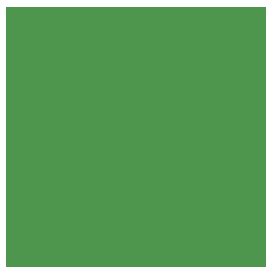
<source format=gko>
G04*
G04 #@! TF.GenerationSoftware,Altium Limited,Altium Designer,22.1.2 (22)*
G04*
G04 Layer_Color=16711935*
%FSLAX25Y25*%
%MOIN*%
G70*
G04*
G04 #@! TF.SameCoordinates,382241DD-9174-41C4-80FE-42B68BCE7A43*
G04*
G04*
G04 #@! TF.FilePolarity,Positive*
G04*
G01*
G75*
%ADD19R,0.86614X0.86614*%
D19*
X118110Y108268D02*
D03*
M02*

</source>
